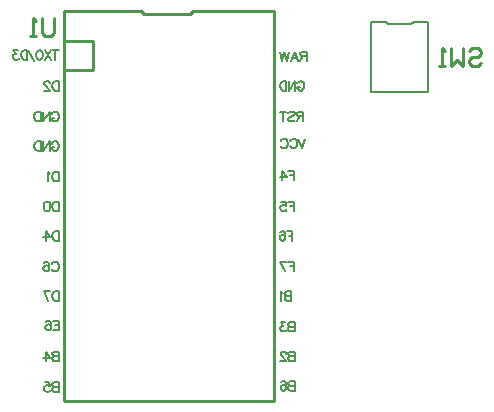
<source format=gbr>
%TF.GenerationSoftware,Altium Limited,Altium Designer,20.1.12 (249)*%
G04 Layer_Color=32896*
%FSLAX26Y26*%
%MOIN*%
%TF.SameCoordinates,F1925889-B8ED-483B-8674-5474D18B1AF1*%
%TF.FilePolarity,Positive*%
%TF.FileFunction,Legend,Bot*%
%TF.Part,Single*%
G01*
G75*
%TA.AperFunction,NonConductor*%
%ADD18C,0.010000*%
%ADD19C,0.007874*%
%ADD20C,0.005906*%
D18*
X1318854Y2474174D02*
X1498854D01*
X800232Y1174174D02*
X1498854D01*
X800232Y2474174D02*
X968854D01*
X1066354Y2464174D02*
X1221354D01*
X800232Y1174174D02*
X800232Y2474174D01*
X1498854Y1174174D02*
X1498854Y2474174D01*
X1221354Y2464174D02*
X1231354Y2474174D01*
X1318854D01*
X1056354D02*
X1066354Y2464174D01*
X968854Y2474174D02*
X1056354D01*
X800232Y2372402D02*
X896689D01*
Y2276930D02*
Y2372402D01*
X801216Y2276930D02*
X896689D01*
X765613Y2448258D02*
Y2398275D01*
X755616Y2388278D01*
X735623D01*
X725626Y2398275D01*
Y2448258D01*
X705632Y2388278D02*
X685639D01*
X695635D01*
Y2448258D01*
X705632Y2438262D01*
X2149833Y2339049D02*
X2159829Y2349045D01*
X2179823D01*
X2189820Y2339049D01*
Y2329052D01*
X2179823Y2319055D01*
X2159829D01*
X2149833Y2309058D01*
Y2299062D01*
X2159829Y2289065D01*
X2179823D01*
X2189820Y2299062D01*
X2129839Y2349045D02*
Y2289065D01*
X2109846Y2309058D01*
X2089852Y2289065D01*
Y2349045D01*
X2069859Y2289065D02*
X2049865D01*
X2059862D01*
Y2349045D01*
X2069859Y2339049D01*
D19*
X1965906Y2437953D02*
X2013150D01*
X1958031Y2430079D02*
X1965906Y2437953D01*
X1824173D02*
X1871417D01*
X1879292Y2430079D01*
X1958031D01*
X2013150Y2201732D02*
Y2437953D01*
X1824173Y2201732D02*
X2013150D01*
X1824173D02*
Y2437953D01*
D20*
X1561059Y1739521D02*
Y1708032D01*
Y1739521D02*
X1541566D01*
X1561059Y1724526D02*
X1549063D01*
X1519973Y1735023D02*
X1521473Y1738022D01*
X1525971Y1739521D01*
X1528970D01*
X1533468Y1738022D01*
X1536467Y1733523D01*
X1537967Y1726026D01*
Y1718528D01*
X1536467Y1712530D01*
X1533468Y1709531D01*
X1528970Y1708032D01*
X1527470D01*
X1522972Y1709531D01*
X1519973Y1712530D01*
X1518474Y1717029D01*
Y1718528D01*
X1519973Y1723027D01*
X1522972Y1726026D01*
X1527470Y1727525D01*
X1528970D01*
X1533468Y1726026D01*
X1536467Y1723027D01*
X1537967Y1718528D01*
X759039Y2129662D02*
X760539Y2132661D01*
X763538Y2135660D01*
X766537Y2137159D01*
X772535D01*
X775534Y2135660D01*
X778533Y2132661D01*
X780032Y2129662D01*
X781532Y2125163D01*
Y2117666D01*
X780032Y2113167D01*
X778533Y2110168D01*
X775534Y2107169D01*
X772535Y2105670D01*
X766537D01*
X763538Y2107169D01*
X760539Y2110168D01*
X759039Y2113167D01*
Y2117666D01*
X766537D02*
X759039D01*
X751842Y2137159D02*
Y2105670D01*
Y2137159D02*
X730849Y2105670D01*
Y2137159D02*
Y2105670D01*
X722152Y2137159D02*
Y2105670D01*
Y2137159D02*
X711655D01*
X707157Y2135660D01*
X704158Y2132661D01*
X702658Y2129662D01*
X701159Y2125163D01*
Y2117666D01*
X702658Y2113167D01*
X704158Y2110168D01*
X707157Y2107169D01*
X711655Y2105670D01*
X722152D01*
X1608303Y2337947D02*
Y2306457D01*
Y2337947D02*
X1594808D01*
X1590309Y2336447D01*
X1588810Y2334948D01*
X1587310Y2331948D01*
Y2328950D01*
X1588810Y2325950D01*
X1590309Y2324451D01*
X1594808Y2322952D01*
X1608303D01*
X1597807D02*
X1587310Y2306457D01*
X1556271D02*
X1568267Y2337947D01*
X1580263Y2306457D01*
X1575764Y2316954D02*
X1560769D01*
X1548923Y2337947D02*
X1541426Y2306457D01*
X1533928Y2337947D02*
X1541426Y2306457D01*
X1533928Y2337947D02*
X1526431Y2306457D01*
X1518933Y2337947D02*
X1526431Y2306457D01*
X1577937Y2232024D02*
X1579436Y2235023D01*
X1582435Y2238022D01*
X1585434Y2239521D01*
X1591432D01*
X1594431Y2238022D01*
X1597430Y2235023D01*
X1598930Y2232024D01*
X1600429Y2227525D01*
Y2220028D01*
X1598930Y2215529D01*
X1597430Y2212530D01*
X1594431Y2209531D01*
X1591432Y2208032D01*
X1585434D01*
X1582435Y2209531D01*
X1579436Y2212530D01*
X1577937Y2215529D01*
Y2220028D01*
X1585434D02*
X1577937D01*
X1570739Y2239521D02*
Y2208032D01*
Y2239521D02*
X1549746Y2208032D01*
Y2239521D02*
Y2208032D01*
X1541049Y2239521D02*
Y2208032D01*
Y2239521D02*
X1530553D01*
X1526054Y2238022D01*
X1523055Y2235023D01*
X1521556Y2232024D01*
X1520056Y2227525D01*
Y2220028D01*
X1521556Y2215529D01*
X1523055Y2212530D01*
X1526054Y2209531D01*
X1530553Y2208032D01*
X1541049D01*
X1596492Y2137159D02*
Y2105670D01*
Y2137159D02*
X1582997D01*
X1578498Y2135660D01*
X1576999Y2134160D01*
X1575499Y2131161D01*
Y2128162D01*
X1576999Y2125163D01*
X1578498Y2123664D01*
X1582997Y2122164D01*
X1596492D01*
X1585996D02*
X1575499Y2105670D01*
X1547459Y2132661D02*
X1550458Y2135660D01*
X1554956Y2137159D01*
X1560954D01*
X1565453Y2135660D01*
X1568452Y2132661D01*
Y2129662D01*
X1566952Y2126663D01*
X1565453Y2125163D01*
X1562454Y2123664D01*
X1553457Y2120665D01*
X1550458Y2119165D01*
X1548958Y2117666D01*
X1547459Y2114667D01*
Y2110168D01*
X1550458Y2107169D01*
X1554956Y2105670D01*
X1560954D01*
X1565453Y2107169D01*
X1568452Y2110168D01*
X1529915Y2137159D02*
Y2105670D01*
X1540411Y2137159D02*
X1519418D01*
X1604366Y2046608D02*
X1592370Y2015119D01*
X1580374Y2046608D02*
X1592370Y2015119D01*
X1553833Y2039110D02*
X1555333Y2042109D01*
X1558332Y2045108D01*
X1561331Y2046608D01*
X1567329D01*
X1570328Y2045108D01*
X1573327Y2042109D01*
X1574826Y2039110D01*
X1576326Y2034612D01*
Y2027114D01*
X1574826Y2022616D01*
X1573327Y2019617D01*
X1570328Y2016618D01*
X1567329Y2015119D01*
X1561331D01*
X1558332Y2016618D01*
X1555333Y2019617D01*
X1553833Y2022616D01*
X1522494Y2039110D02*
X1523993Y2042109D01*
X1526992Y2045108D01*
X1529991Y2046608D01*
X1535989D01*
X1538988Y2045108D01*
X1541987Y2042109D01*
X1543487Y2039110D01*
X1544986Y2034612D01*
Y2027114D01*
X1543487Y2022616D01*
X1541987Y2019617D01*
X1538988Y2016618D01*
X1535989Y2015119D01*
X1529991D01*
X1526992Y2016618D01*
X1523993Y2019617D01*
X1522494Y2022616D01*
X1564996Y1940309D02*
Y1908819D01*
Y1940309D02*
X1545503D01*
X1564996Y1925314D02*
X1553000D01*
X1526909Y1940309D02*
X1541904Y1919316D01*
X1519411D01*
X1526909Y1940309D02*
Y1908819D01*
X1564996Y1837947D02*
Y1806457D01*
Y1837947D02*
X1545503D01*
X1564996Y1822951D02*
X1553000D01*
X1523910Y1837947D02*
X1538905D01*
X1540404Y1824451D01*
X1538905Y1825950D01*
X1534406Y1827450D01*
X1529908D01*
X1525409Y1825950D01*
X1522410Y1822951D01*
X1520911Y1818453D01*
Y1815454D01*
X1522410Y1810956D01*
X1525409Y1807957D01*
X1529908Y1806457D01*
X1534406D01*
X1538905Y1807957D01*
X1540404Y1809456D01*
X1541904Y1812455D01*
X1564996Y1637159D02*
Y1605670D01*
Y1637159D02*
X1545503D01*
X1564996Y1622164D02*
X1553000D01*
X1520911Y1637159D02*
X1535906Y1605670D01*
X1541904Y1637159D02*
X1520911D01*
X1557122Y1538734D02*
Y1507245D01*
Y1538734D02*
X1543627D01*
X1539128Y1537234D01*
X1537629Y1535735D01*
X1536129Y1532736D01*
Y1529737D01*
X1537629Y1526738D01*
X1539128Y1525238D01*
X1543627Y1523739D01*
X1557122D02*
X1543627D01*
X1539128Y1522239D01*
X1537629Y1520740D01*
X1536129Y1517741D01*
Y1513243D01*
X1537629Y1510244D01*
X1539128Y1508744D01*
X1543627Y1507245D01*
X1557122D01*
X1529082Y1532736D02*
X1526083Y1534235D01*
X1521584Y1538734D01*
Y1507245D01*
X1568933Y1436372D02*
Y1404882D01*
Y1436372D02*
X1555438D01*
X1550939Y1434872D01*
X1549440Y1433373D01*
X1547940Y1430374D01*
Y1427375D01*
X1549440Y1424376D01*
X1550939Y1422876D01*
X1555438Y1421377D01*
X1568933D02*
X1555438D01*
X1550939Y1419877D01*
X1549440Y1418378D01*
X1547940Y1415379D01*
Y1410880D01*
X1549440Y1407881D01*
X1550939Y1406382D01*
X1555438Y1404882D01*
X1568933D01*
X1537894Y1436372D02*
X1521399D01*
X1530396Y1424376D01*
X1525898D01*
X1522899Y1422876D01*
X1521399Y1421377D01*
X1519900Y1416878D01*
Y1413879D01*
X1521399Y1409381D01*
X1524398Y1406382D01*
X1528897Y1404882D01*
X1533395D01*
X1537894Y1406382D01*
X1539393Y1407881D01*
X1540893Y1410880D01*
X1568933Y1337947D02*
Y1306457D01*
Y1337947D02*
X1555438D01*
X1550939Y1336447D01*
X1549440Y1334947D01*
X1547940Y1331948D01*
Y1328949D01*
X1549440Y1325950D01*
X1550939Y1324451D01*
X1555438Y1322951D01*
X1568933D02*
X1555438D01*
X1550939Y1321452D01*
X1549440Y1319953D01*
X1547940Y1316954D01*
Y1312455D01*
X1549440Y1309456D01*
X1550939Y1307957D01*
X1555438Y1306457D01*
X1568933D01*
X1539393Y1330449D02*
Y1331948D01*
X1537894Y1334947D01*
X1536394Y1336447D01*
X1533395Y1337947D01*
X1527397D01*
X1524398Y1336447D01*
X1522899Y1334947D01*
X1521399Y1331948D01*
Y1328949D01*
X1522899Y1325950D01*
X1525898Y1321452D01*
X1540893Y1306457D01*
X1519900D01*
X1568933Y1239521D02*
Y1208032D01*
Y1239521D02*
X1555438D01*
X1550939Y1238022D01*
X1549440Y1236522D01*
X1547940Y1233523D01*
Y1230524D01*
X1549440Y1227525D01*
X1550939Y1226026D01*
X1555438Y1224526D01*
X1568933D02*
X1555438D01*
X1550939Y1223027D01*
X1549440Y1221527D01*
X1547940Y1218528D01*
Y1214030D01*
X1549440Y1211031D01*
X1550939Y1209531D01*
X1555438Y1208032D01*
X1568933D01*
X1522899Y1235023D02*
X1524398Y1238022D01*
X1528897Y1239521D01*
X1531896D01*
X1536394Y1238022D01*
X1539393Y1233523D01*
X1540893Y1226026D01*
Y1218528D01*
X1539393Y1212530D01*
X1536394Y1209531D01*
X1531896Y1208032D01*
X1530396D01*
X1525898Y1209531D01*
X1522899Y1212530D01*
X1521399Y1217029D01*
Y1218528D01*
X1522899Y1223027D01*
X1525898Y1226026D01*
X1530396Y1227525D01*
X1531896D01*
X1536394Y1226026D01*
X1539393Y1223027D01*
X1540893Y1218528D01*
X781532Y2239521D02*
Y2208032D01*
Y2239521D02*
X771035D01*
X766537Y2238022D01*
X763538Y2235023D01*
X762038Y2232024D01*
X760539Y2227525D01*
Y2220028D01*
X762038Y2215529D01*
X763538Y2212530D01*
X766537Y2209531D01*
X771035Y2208032D01*
X781532D01*
X751992Y2232024D02*
Y2233523D01*
X750492Y2236522D01*
X748993Y2238022D01*
X745994Y2239521D01*
X739996D01*
X736997Y2238022D01*
X735497Y2236522D01*
X733998Y2233523D01*
Y2230524D01*
X735497Y2227525D01*
X738496Y2223027D01*
X753491Y2208032D01*
X732498D01*
X759039Y2031236D02*
X760539Y2034235D01*
X763538Y2037234D01*
X766537Y2038734D01*
X772535D01*
X775534Y2037234D01*
X778533Y2034235D01*
X780032Y2031236D01*
X781532Y2026738D01*
Y2019240D01*
X780032Y2014742D01*
X778533Y2011743D01*
X775534Y2008744D01*
X772535Y2007245D01*
X766537D01*
X763538Y2008744D01*
X760539Y2011743D01*
X759039Y2014742D01*
Y2019240D01*
X766537D02*
X759039D01*
X751842Y2038734D02*
Y2007245D01*
Y2038734D02*
X730849Y2007245D01*
Y2038734D02*
Y2007245D01*
X722152Y2038734D02*
Y2007245D01*
Y2038734D02*
X711655D01*
X707157Y2037234D01*
X704158Y2034235D01*
X702658Y2031236D01*
X701159Y2026738D01*
Y2019240D01*
X702658Y2014742D01*
X704158Y2011743D01*
X707157Y2008744D01*
X711655Y2007245D01*
X722152D01*
X781532Y1936372D02*
Y1904882D01*
Y1936372D02*
X771035D01*
X766537Y1934872D01*
X763538Y1931873D01*
X762038Y1928874D01*
X760539Y1924376D01*
Y1916878D01*
X762038Y1912380D01*
X763538Y1909381D01*
X766537Y1906382D01*
X771035Y1904882D01*
X781532D01*
X753491Y1930374D02*
X750492Y1931873D01*
X745994Y1936372D01*
Y1904882D01*
X781532Y1837947D02*
Y1806457D01*
Y1837947D02*
X771035D01*
X766537Y1836447D01*
X763538Y1833448D01*
X762038Y1830449D01*
X760539Y1825950D01*
Y1818453D01*
X762038Y1813955D01*
X763538Y1810956D01*
X766537Y1807957D01*
X771035Y1806457D01*
X781532D01*
X744494Y1837947D02*
X748993Y1836447D01*
X751992Y1831948D01*
X753491Y1824451D01*
Y1819953D01*
X751992Y1812455D01*
X748993Y1807957D01*
X744494Y1806457D01*
X741495D01*
X736997Y1807957D01*
X733998Y1812455D01*
X732498Y1819953D01*
Y1824451D01*
X733998Y1831948D01*
X736997Y1836447D01*
X741495Y1837947D01*
X744494D01*
X781532Y1739521D02*
Y1708032D01*
Y1739521D02*
X771035D01*
X766537Y1738022D01*
X763538Y1735023D01*
X762038Y1732024D01*
X760539Y1727525D01*
Y1720028D01*
X762038Y1715529D01*
X763538Y1712530D01*
X766537Y1709531D01*
X771035Y1708032D01*
X781532D01*
X738496Y1739521D02*
X753491Y1718528D01*
X730999D01*
X738496Y1739521D02*
Y1708032D01*
X759039Y1629662D02*
X760539Y1632661D01*
X763538Y1635660D01*
X766537Y1637159D01*
X772535D01*
X775534Y1635660D01*
X778533Y1632661D01*
X780032Y1629662D01*
X781532Y1625163D01*
Y1617666D01*
X780032Y1613167D01*
X778533Y1610168D01*
X775534Y1607169D01*
X772535Y1605670D01*
X766537D01*
X763538Y1607169D01*
X760539Y1610168D01*
X759039Y1613167D01*
X732198Y1632661D02*
X733698Y1635660D01*
X738196Y1637159D01*
X741195D01*
X745694Y1635660D01*
X748693Y1631161D01*
X750192Y1623664D01*
Y1616166D01*
X748693Y1610168D01*
X745694Y1607169D01*
X741195Y1605670D01*
X739696D01*
X735197Y1607169D01*
X732198Y1610168D01*
X730699Y1614667D01*
Y1616166D01*
X732198Y1620665D01*
X735197Y1623664D01*
X739696Y1625163D01*
X741195D01*
X745694Y1623664D01*
X748693Y1620665D01*
X750192Y1616166D01*
X781532Y1538734D02*
Y1507245D01*
Y1538734D02*
X771035D01*
X766537Y1537234D01*
X763538Y1534235D01*
X762038Y1531236D01*
X760539Y1526738D01*
Y1519240D01*
X762038Y1514742D01*
X763538Y1511743D01*
X766537Y1508744D01*
X771035Y1507245D01*
X781532D01*
X732498Y1538734D02*
X747493Y1507245D01*
X753491Y1538734D02*
X732498D01*
X771035Y2342445D02*
Y2310956D01*
X781532Y2342445D02*
X760539D01*
X756790D02*
X735797Y2310956D01*
Y2342445D02*
X756790Y2310956D01*
X719753Y2342445D02*
X724251Y2340945D01*
X727250Y2336447D01*
X728750Y2328950D01*
Y2324451D01*
X727250Y2316954D01*
X724251Y2312455D01*
X719753Y2310956D01*
X716754D01*
X712255Y2312455D01*
X709256Y2316954D01*
X707757Y2324451D01*
Y2328950D01*
X709256Y2336447D01*
X712255Y2340945D01*
X716754Y2342445D01*
X719753D01*
X700709Y2306457D02*
X679716Y2342445D01*
X677617D02*
Y2310956D01*
Y2342445D02*
X667120D01*
X662622Y2340945D01*
X659623Y2337947D01*
X658123Y2334948D01*
X656624Y2330449D01*
Y2322952D01*
X658123Y2318453D01*
X659623Y2315454D01*
X662622Y2312455D01*
X667120Y2310956D01*
X677617D01*
X646577Y2342445D02*
X630083D01*
X639080Y2330449D01*
X634581D01*
X631582Y2328950D01*
X630083Y2327450D01*
X628583Y2322952D01*
Y2319953D01*
X630083Y2315454D01*
X633082Y2312455D01*
X637580Y2310956D01*
X642079D01*
X646577Y2312455D01*
X648077Y2313955D01*
X649576Y2316954D01*
X762038Y1440309D02*
X781532D01*
Y1408819D01*
X762038D01*
X781532Y1425314D02*
X769536D01*
X738796Y1435810D02*
X740296Y1438809D01*
X744794Y1440309D01*
X747793D01*
X752292Y1438809D01*
X755290Y1434311D01*
X756790Y1426813D01*
Y1419316D01*
X755290Y1413318D01*
X752292Y1410319D01*
X747793Y1408819D01*
X746293D01*
X741795Y1410319D01*
X738796Y1413318D01*
X737297Y1417816D01*
Y1419316D01*
X738796Y1423814D01*
X741795Y1426813D01*
X746293Y1428313D01*
X747793D01*
X752292Y1426813D01*
X755290Y1423814D01*
X756790Y1419316D01*
X781532Y1337947D02*
Y1306457D01*
Y1337947D02*
X768036D01*
X763538Y1336447D01*
X762038Y1334947D01*
X760539Y1331948D01*
Y1328949D01*
X762038Y1325950D01*
X763538Y1324451D01*
X768036Y1322951D01*
X781532D02*
X768036D01*
X763538Y1321452D01*
X762038Y1319953D01*
X760539Y1316954D01*
Y1312455D01*
X762038Y1309456D01*
X763538Y1307957D01*
X768036Y1306457D01*
X781532D01*
X738496Y1337947D02*
X753491Y1316954D01*
X730999D01*
X738496Y1337947D02*
Y1306457D01*
X781532Y1235584D02*
Y1204095D01*
Y1235584D02*
X768036D01*
X763538Y1234085D01*
X762038Y1232585D01*
X760539Y1229586D01*
Y1226587D01*
X762038Y1223588D01*
X763538Y1222089D01*
X768036Y1220589D01*
X781532D02*
X768036D01*
X763538Y1219090D01*
X762038Y1217590D01*
X760539Y1214591D01*
Y1210093D01*
X762038Y1207094D01*
X763538Y1205594D01*
X768036Y1204095D01*
X781532D01*
X735497Y1235584D02*
X750492D01*
X751992Y1222089D01*
X750492Y1223588D01*
X745994Y1225088D01*
X741495D01*
X736997Y1223588D01*
X733998Y1220589D01*
X732498Y1216091D01*
Y1213092D01*
X733998Y1208593D01*
X736997Y1205594D01*
X741495Y1204095D01*
X745994D01*
X750492Y1205594D01*
X751992Y1207094D01*
X753491Y1210093D01*
%TF.MD5,b8d82bc11d5aafec3422d0915b80fb82*%
M02*

</source>
